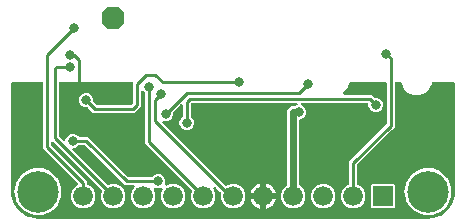
<source format=gbr>
G04 EAGLE Gerber RS-274X export*
G75*
%MOMM*%
%FSLAX34Y34*%
%LPD*%
%INBottom Copper*%
%IPPOS*%
%AMOC8*
5,1,8,0,0,1.08239X$1,22.5*%
G01*
%ADD10C,3.516000*%
%ADD11P,2.089446X8X202.500000*%
%ADD12R,1.676400X1.676400*%
%ADD13C,1.676400*%
%ADD14C,0.609600*%
%ADD15C,0.800100*%
%ADD16C,0.254000*%

G36*
X355622Y2543D02*
X355622Y2543D01*
X355700Y2545D01*
X359077Y2810D01*
X359145Y2824D01*
X359214Y2829D01*
X359370Y2869D01*
X365794Y4956D01*
X365901Y5006D01*
X366012Y5050D01*
X366063Y5083D01*
X366082Y5091D01*
X366097Y5104D01*
X366148Y5136D01*
X371612Y9107D01*
X371699Y9188D01*
X371746Y9227D01*
X371752Y9231D01*
X371753Y9232D01*
X371791Y9264D01*
X371829Y9310D01*
X371844Y9324D01*
X371855Y9342D01*
X371893Y9388D01*
X373586Y11717D01*
X373599Y11741D01*
X373616Y11761D01*
X373675Y11880D01*
X373739Y11996D01*
X373746Y12022D01*
X373758Y12046D01*
X373785Y12174D01*
X373799Y12185D01*
X373823Y12196D01*
X373925Y12280D01*
X374031Y12361D01*
X374048Y12381D01*
X374068Y12398D01*
X374171Y12522D01*
X375864Y14852D01*
X375921Y14956D01*
X375985Y15056D01*
X376007Y15113D01*
X376017Y15131D01*
X376022Y15151D01*
X376044Y15206D01*
X378131Y21630D01*
X378144Y21698D01*
X378167Y21764D01*
X378190Y21923D01*
X378455Y25300D01*
X378455Y25304D01*
X378456Y25307D01*
X378455Y25326D01*
X378459Y25400D01*
X378459Y116840D01*
X378444Y116958D01*
X378437Y117077D01*
X378424Y117115D01*
X378419Y117156D01*
X378376Y117266D01*
X378339Y117379D01*
X378317Y117414D01*
X378302Y117451D01*
X378233Y117547D01*
X378169Y117648D01*
X378139Y117676D01*
X378116Y117709D01*
X378024Y117785D01*
X377937Y117866D01*
X377902Y117886D01*
X377871Y117911D01*
X377763Y117962D01*
X377659Y118020D01*
X377619Y118030D01*
X377583Y118047D01*
X377466Y118069D01*
X377351Y118099D01*
X377291Y118103D01*
X377271Y118107D01*
X377250Y118105D01*
X377190Y118109D01*
X359810Y118109D01*
X359692Y118094D01*
X359573Y118087D01*
X359535Y118074D01*
X359494Y118069D01*
X359384Y118026D01*
X359271Y117989D01*
X359236Y117967D01*
X359199Y117952D01*
X359103Y117883D01*
X359002Y117819D01*
X358974Y117789D01*
X358941Y117766D01*
X358865Y117674D01*
X358784Y117587D01*
X358764Y117552D01*
X358739Y117521D01*
X358688Y117413D01*
X358630Y117309D01*
X358620Y117269D01*
X358603Y117233D01*
X358581Y117116D01*
X358551Y117001D01*
X358547Y116941D01*
X358543Y116921D01*
X358545Y116900D01*
X358544Y116894D01*
X356632Y112276D01*
X353104Y108748D01*
X348495Y106839D01*
X343505Y106839D01*
X338896Y108748D01*
X335368Y112276D01*
X333451Y116905D01*
X333444Y116958D01*
X333437Y117077D01*
X333424Y117115D01*
X333419Y117156D01*
X333376Y117266D01*
X333339Y117379D01*
X333317Y117414D01*
X333302Y117451D01*
X333233Y117547D01*
X333169Y117648D01*
X333139Y117676D01*
X333116Y117709D01*
X333024Y117785D01*
X332937Y117866D01*
X332902Y117886D01*
X332871Y117911D01*
X332763Y117962D01*
X332659Y118020D01*
X332619Y118030D01*
X332583Y118047D01*
X332466Y118069D01*
X332351Y118099D01*
X332291Y118103D01*
X332271Y118107D01*
X332250Y118105D01*
X332190Y118109D01*
X328422Y118109D01*
X328304Y118094D01*
X328185Y118087D01*
X328147Y118074D01*
X328106Y118069D01*
X327996Y118026D01*
X327883Y117989D01*
X327848Y117967D01*
X327811Y117952D01*
X327715Y117883D01*
X327614Y117819D01*
X327586Y117789D01*
X327553Y117766D01*
X327477Y117674D01*
X327396Y117587D01*
X327376Y117552D01*
X327351Y117521D01*
X327300Y117413D01*
X327242Y117309D01*
X327232Y117269D01*
X327215Y117233D01*
X327193Y117116D01*
X327163Y117001D01*
X327159Y116941D01*
X327155Y116921D01*
X327157Y116900D01*
X327153Y116840D01*
X327153Y79912D01*
X324847Y77606D01*
X324846Y77606D01*
X295774Y48534D01*
X295714Y48455D01*
X295646Y48383D01*
X295617Y48330D01*
X295580Y48282D01*
X295540Y48191D01*
X295492Y48105D01*
X295477Y48046D01*
X295453Y47991D01*
X295438Y47893D01*
X295413Y47797D01*
X295407Y47697D01*
X295403Y47676D01*
X295405Y47664D01*
X295403Y47636D01*
X295403Y32343D01*
X295406Y32314D01*
X295404Y32284D01*
X295426Y32156D01*
X295443Y32027D01*
X295453Y32000D01*
X295458Y31971D01*
X295512Y31852D01*
X295560Y31732D01*
X295577Y31708D01*
X295589Y31681D01*
X295670Y31579D01*
X295746Y31474D01*
X295769Y31455D01*
X295788Y31432D01*
X295891Y31354D01*
X295991Y31271D01*
X296018Y31259D01*
X296042Y31241D01*
X296186Y31170D01*
X297999Y30419D01*
X300929Y27489D01*
X302515Y23662D01*
X302515Y19518D01*
X300929Y15691D01*
X297999Y12761D01*
X294172Y11175D01*
X290028Y11175D01*
X286201Y12761D01*
X283271Y15691D01*
X281685Y19518D01*
X281685Y23662D01*
X283271Y27489D01*
X286201Y30419D01*
X288014Y31170D01*
X288039Y31185D01*
X288067Y31194D01*
X288177Y31263D01*
X288290Y31328D01*
X288311Y31348D01*
X288336Y31364D01*
X288425Y31459D01*
X288518Y31549D01*
X288534Y31574D01*
X288554Y31596D01*
X288617Y31710D01*
X288685Y31820D01*
X288693Y31848D01*
X288708Y31874D01*
X288740Y32000D01*
X288778Y32124D01*
X288780Y32154D01*
X288787Y32182D01*
X288797Y32343D01*
X288797Y50898D01*
X320176Y82276D01*
X320236Y82355D01*
X320304Y82427D01*
X320333Y82480D01*
X320370Y82528D01*
X320410Y82619D01*
X320458Y82705D01*
X320473Y82764D01*
X320497Y82819D01*
X320512Y82917D01*
X320537Y83013D01*
X320543Y83113D01*
X320547Y83133D01*
X320545Y83146D01*
X320547Y83174D01*
X320547Y116840D01*
X320532Y116958D01*
X320525Y117077D01*
X320512Y117115D01*
X320507Y117156D01*
X320464Y117266D01*
X320427Y117379D01*
X320405Y117414D01*
X320390Y117451D01*
X320321Y117547D01*
X320257Y117648D01*
X320227Y117676D01*
X320204Y117709D01*
X320112Y117785D01*
X320025Y117866D01*
X319990Y117886D01*
X319959Y117911D01*
X319851Y117962D01*
X319747Y118020D01*
X319707Y118030D01*
X319671Y118047D01*
X319554Y118069D01*
X319439Y118099D01*
X319379Y118103D01*
X319359Y118107D01*
X319338Y118105D01*
X319278Y118109D01*
X289810Y118109D01*
X289692Y118094D01*
X289573Y118087D01*
X289535Y118074D01*
X289494Y118069D01*
X289384Y118026D01*
X289271Y117989D01*
X289236Y117967D01*
X289199Y117952D01*
X289103Y117883D01*
X289002Y117819D01*
X288974Y117789D01*
X288941Y117766D01*
X288865Y117674D01*
X288784Y117587D01*
X288764Y117552D01*
X288739Y117521D01*
X288688Y117413D01*
X288630Y117309D01*
X288620Y117269D01*
X288603Y117233D01*
X288581Y117116D01*
X288551Y117001D01*
X288547Y116941D01*
X288543Y116921D01*
X288545Y116900D01*
X288544Y116894D01*
X286632Y112276D01*
X283965Y109609D01*
X283879Y109500D01*
X283791Y109393D01*
X283782Y109374D01*
X283770Y109358D01*
X283714Y109230D01*
X283655Y109105D01*
X283652Y109085D01*
X283643Y109066D01*
X283622Y108928D01*
X283596Y108792D01*
X283597Y108772D01*
X283594Y108752D01*
X283607Y108613D01*
X283615Y108475D01*
X283622Y108456D01*
X283623Y108436D01*
X283671Y108304D01*
X283713Y108173D01*
X283724Y108155D01*
X283731Y108136D01*
X283809Y108021D01*
X283883Y107904D01*
X283898Y107890D01*
X283910Y107873D01*
X284014Y107781D01*
X284115Y107686D01*
X284133Y107676D01*
X284148Y107663D01*
X284272Y107599D01*
X284394Y107532D01*
X284413Y107527D01*
X284431Y107518D01*
X284567Y107488D01*
X284702Y107453D01*
X284730Y107451D01*
X284742Y107448D01*
X284762Y107449D01*
X284862Y107443D01*
X307438Y107443D01*
X309416Y105465D01*
X309494Y105404D01*
X309566Y105336D01*
X309619Y105307D01*
X309667Y105270D01*
X309758Y105231D01*
X309845Y105183D01*
X309903Y105168D01*
X309959Y105144D01*
X310057Y105128D01*
X310153Y105103D01*
X310253Y105097D01*
X310273Y105094D01*
X310285Y105095D01*
X310313Y105093D01*
X312350Y105093D01*
X314568Y104175D01*
X316265Y102478D01*
X317183Y100260D01*
X317183Y97860D01*
X316265Y95642D01*
X314568Y93945D01*
X312350Y93027D01*
X309950Y93027D01*
X307732Y93945D01*
X306035Y95642D01*
X305117Y97860D01*
X305117Y99568D01*
X305102Y99686D01*
X305094Y99805D01*
X305082Y99843D01*
X305077Y99884D01*
X305033Y99994D01*
X304996Y100107D01*
X304975Y100142D01*
X304960Y100179D01*
X304890Y100275D01*
X304826Y100376D01*
X304797Y100404D01*
X304773Y100437D01*
X304681Y100513D01*
X304595Y100594D01*
X304559Y100614D01*
X304528Y100639D01*
X304420Y100690D01*
X304316Y100748D01*
X304277Y100758D01*
X304240Y100775D01*
X304124Y100797D01*
X304008Y100827D01*
X303948Y100831D01*
X303928Y100835D01*
X303908Y100833D01*
X303848Y100837D01*
X248906Y100837D01*
X248836Y100829D01*
X248767Y100830D01*
X248679Y100809D01*
X248590Y100797D01*
X248525Y100772D01*
X248457Y100755D01*
X248378Y100713D01*
X248294Y100680D01*
X248238Y100639D01*
X248176Y100607D01*
X248110Y100546D01*
X248037Y100494D01*
X247992Y100440D01*
X247941Y100393D01*
X247892Y100318D01*
X247834Y100249D01*
X247804Y100185D01*
X247766Y100127D01*
X247737Y100042D01*
X247699Y99961D01*
X247686Y99892D01*
X247663Y99826D01*
X247656Y99737D01*
X247639Y99649D01*
X247643Y99579D01*
X247638Y99509D01*
X247653Y99421D01*
X247659Y99331D01*
X247680Y99265D01*
X247692Y99196D01*
X247729Y99114D01*
X247757Y99029D01*
X247794Y98970D01*
X247823Y98906D01*
X247879Y98836D01*
X247927Y98760D01*
X247978Y98712D01*
X248021Y98658D01*
X248093Y98603D01*
X248158Y98542D01*
X248220Y98508D01*
X248275Y98466D01*
X248420Y98395D01*
X249798Y97825D01*
X251495Y96128D01*
X252413Y93910D01*
X252413Y91510D01*
X251495Y89292D01*
X249798Y87595D01*
X247549Y86664D01*
X247532Y86662D01*
X247413Y86654D01*
X247375Y86642D01*
X247334Y86637D01*
X247224Y86593D01*
X247111Y86556D01*
X247076Y86535D01*
X247039Y86520D01*
X246943Y86450D01*
X246842Y86386D01*
X246814Y86357D01*
X246781Y86333D01*
X246705Y86241D01*
X246624Y86155D01*
X246604Y86119D01*
X246579Y86088D01*
X246528Y85980D01*
X246470Y85876D01*
X246460Y85837D01*
X246443Y85800D01*
X246421Y85684D01*
X246391Y85568D01*
X246387Y85508D01*
X246383Y85488D01*
X246385Y85468D01*
X246381Y85408D01*
X246381Y31606D01*
X246384Y31577D01*
X246382Y31548D01*
X246404Y31420D01*
X246421Y31291D01*
X246431Y31263D01*
X246437Y31234D01*
X246490Y31116D01*
X246538Y30995D01*
X246555Y30971D01*
X246567Y30944D01*
X246648Y30843D01*
X246724Y30738D01*
X246747Y30719D01*
X246766Y30696D01*
X246870Y30618D01*
X246969Y30535D01*
X246996Y30522D01*
X247020Y30505D01*
X247164Y30434D01*
X247199Y30419D01*
X250129Y27489D01*
X251715Y23662D01*
X251715Y19518D01*
X250129Y15691D01*
X247199Y12761D01*
X243372Y11175D01*
X239228Y11175D01*
X235401Y12761D01*
X232471Y15691D01*
X230885Y19518D01*
X230885Y23662D01*
X232471Y27489D01*
X235401Y30419D01*
X235436Y30434D01*
X235461Y30448D01*
X235489Y30457D01*
X235599Y30527D01*
X235712Y30591D01*
X235733Y30612D01*
X235758Y30628D01*
X235847Y30722D01*
X235940Y30813D01*
X235956Y30838D01*
X235976Y30859D01*
X236039Y30973D01*
X236107Y31084D01*
X236115Y31112D01*
X236130Y31138D01*
X236162Y31263D01*
X236200Y31388D01*
X236202Y31417D01*
X236209Y31446D01*
X236219Y31606D01*
X236219Y93721D01*
X236993Y95588D01*
X238422Y97017D01*
X240289Y97791D01*
X242628Y97791D01*
X242637Y97792D01*
X242646Y97791D01*
X242795Y97812D01*
X242943Y97831D01*
X242952Y97834D01*
X242961Y97835D01*
X243114Y97887D01*
X244340Y98395D01*
X244401Y98430D01*
X244466Y98456D01*
X244538Y98508D01*
X244616Y98553D01*
X244667Y98602D01*
X244723Y98642D01*
X244780Y98712D01*
X244845Y98774D01*
X244881Y98834D01*
X244926Y98887D01*
X244964Y98969D01*
X245011Y99045D01*
X245032Y99112D01*
X245061Y99175D01*
X245078Y99263D01*
X245105Y99349D01*
X245108Y99419D01*
X245121Y99488D01*
X245116Y99577D01*
X245120Y99667D01*
X245106Y99735D01*
X245101Y99805D01*
X245074Y99890D01*
X245056Y99978D01*
X245025Y100041D01*
X245003Y100107D01*
X244955Y100183D01*
X244916Y100264D01*
X244870Y100317D01*
X244833Y100376D01*
X244768Y100438D01*
X244709Y100506D01*
X244652Y100546D01*
X244602Y100594D01*
X244523Y100637D01*
X244449Y100689D01*
X244384Y100714D01*
X244323Y100748D01*
X244236Y100770D01*
X244152Y100802D01*
X244083Y100810D01*
X244015Y100827D01*
X243854Y100837D01*
X155702Y100837D01*
X155584Y100822D01*
X155465Y100815D01*
X155427Y100802D01*
X155386Y100797D01*
X155276Y100754D01*
X155163Y100717D01*
X155128Y100695D01*
X155091Y100680D01*
X154995Y100611D01*
X154894Y100547D01*
X154866Y100517D01*
X154833Y100494D01*
X154757Y100402D01*
X154676Y100315D01*
X154656Y100280D01*
X154631Y100249D01*
X154580Y100141D01*
X154522Y100037D01*
X154512Y99997D01*
X154495Y99961D01*
X154473Y99844D01*
X154443Y99729D01*
X154439Y99669D01*
X154435Y99649D01*
X154437Y99628D01*
X154433Y99568D01*
X154433Y89575D01*
X154445Y89477D01*
X154448Y89378D01*
X154465Y89320D01*
X154473Y89260D01*
X154509Y89168D01*
X154537Y89073D01*
X154567Y89020D01*
X154590Y88964D01*
X154648Y88884D01*
X154698Y88799D01*
X154764Y88723D01*
X154776Y88707D01*
X154786Y88699D01*
X154804Y88678D01*
X156245Y87238D01*
X157163Y85020D01*
X157163Y82620D01*
X156245Y80402D01*
X154548Y78705D01*
X152330Y77787D01*
X149930Y77787D01*
X147712Y78705D01*
X146015Y80402D01*
X145097Y82620D01*
X145097Y85020D01*
X146015Y87238D01*
X147456Y88678D01*
X147516Y88756D01*
X147584Y88828D01*
X147613Y88881D01*
X147650Y88929D01*
X147690Y89020D01*
X147738Y89107D01*
X147753Y89165D01*
X147777Y89221D01*
X147792Y89319D01*
X147817Y89415D01*
X147823Y89515D01*
X147827Y89535D01*
X147825Y89547D01*
X147827Y89575D01*
X147827Y98182D01*
X147810Y98320D01*
X147797Y98459D01*
X147790Y98478D01*
X147787Y98498D01*
X147736Y98627D01*
X147689Y98758D01*
X147678Y98775D01*
X147670Y98793D01*
X147589Y98906D01*
X147511Y99021D01*
X147495Y99034D01*
X147484Y99051D01*
X147376Y99140D01*
X147272Y99232D01*
X147254Y99241D01*
X147239Y99254D01*
X147113Y99313D01*
X146989Y99376D01*
X146969Y99381D01*
X146951Y99389D01*
X146815Y99415D01*
X146679Y99446D01*
X146658Y99445D01*
X146639Y99449D01*
X146500Y99440D01*
X146361Y99436D01*
X146341Y99430D01*
X146321Y99429D01*
X146189Y99386D01*
X146055Y99348D01*
X146038Y99337D01*
X146019Y99331D01*
X145901Y99257D01*
X145781Y99186D01*
X145760Y99168D01*
X145750Y99161D01*
X145736Y99146D01*
X145661Y99080D01*
X139755Y93174D01*
X139694Y93096D01*
X139626Y93024D01*
X139597Y92971D01*
X139560Y92923D01*
X139521Y92832D01*
X139473Y92745D01*
X139458Y92687D01*
X139434Y92631D01*
X139418Y92533D01*
X139393Y92437D01*
X139387Y92337D01*
X139384Y92317D01*
X139385Y92305D01*
X139383Y92277D01*
X139383Y90240D01*
X138465Y88022D01*
X136768Y86325D01*
X134550Y85407D01*
X132047Y85407D01*
X132045Y85408D01*
X131974Y85409D01*
X131905Y85420D01*
X131816Y85411D01*
X131727Y85413D01*
X131658Y85397D01*
X131588Y85390D01*
X131504Y85360D01*
X131417Y85339D01*
X131355Y85306D01*
X131289Y85282D01*
X131215Y85232D01*
X131136Y85190D01*
X131084Y85143D01*
X131026Y85104D01*
X130967Y85037D01*
X130901Y84977D01*
X130862Y84918D01*
X130815Y84865D01*
X130775Y84786D01*
X130726Y84711D01*
X130703Y84645D01*
X130671Y84582D01*
X130651Y84495D01*
X130622Y84410D01*
X130617Y84340D01*
X130601Y84272D01*
X130604Y84182D01*
X130597Y84093D01*
X130609Y84024D01*
X130611Y83954D01*
X130636Y83868D01*
X130651Y83780D01*
X130680Y83716D01*
X130699Y83648D01*
X130745Y83571D01*
X130781Y83490D01*
X130825Y83435D01*
X130861Y83374D01*
X130967Y83254D01*
X183436Y30785D01*
X183459Y30767D01*
X183478Y30744D01*
X183584Y30670D01*
X183687Y30590D01*
X183714Y30578D01*
X183738Y30561D01*
X183860Y30515D01*
X183979Y30464D01*
X184008Y30459D01*
X184036Y30448D01*
X184165Y30434D01*
X184293Y30414D01*
X184323Y30417D01*
X184352Y30413D01*
X184480Y30431D01*
X184610Y30444D01*
X184638Y30454D01*
X184667Y30458D01*
X184819Y30510D01*
X188428Y32005D01*
X192572Y32005D01*
X196399Y30419D01*
X199329Y27489D01*
X200915Y23662D01*
X200915Y19518D01*
X199329Y15691D01*
X196399Y12761D01*
X192572Y11175D01*
X188428Y11175D01*
X184601Y12761D01*
X181671Y15691D01*
X180085Y19518D01*
X180085Y23662D01*
X180092Y23679D01*
X180100Y23707D01*
X180114Y23734D01*
X180142Y23860D01*
X180176Y23985D01*
X180177Y24015D01*
X180183Y24044D01*
X180179Y24174D01*
X180181Y24303D01*
X180174Y24332D01*
X180174Y24362D01*
X180137Y24486D01*
X180107Y24613D01*
X180093Y24639D01*
X180085Y24667D01*
X180019Y24779D01*
X179959Y24894D01*
X179939Y24916D01*
X179924Y24941D01*
X179817Y25062D01*
X175994Y28885D01*
X175939Y28928D01*
X175890Y28978D01*
X175814Y29025D01*
X175743Y29080D01*
X175679Y29108D01*
X175619Y29144D01*
X175534Y29171D01*
X175451Y29206D01*
X175382Y29217D01*
X175315Y29238D01*
X175226Y29242D01*
X175137Y29256D01*
X175067Y29250D01*
X174998Y29253D01*
X174910Y29235D01*
X174820Y29226D01*
X174754Y29203D01*
X174686Y29189D01*
X174606Y29149D01*
X174521Y29119D01*
X174463Y29079D01*
X174401Y29049D01*
X174332Y28991D01*
X174258Y28940D01*
X174212Y28888D01*
X174159Y28843D01*
X174107Y28769D01*
X174047Y28702D01*
X174016Y28640D01*
X173976Y28583D01*
X173944Y28499D01*
X173903Y28419D01*
X173888Y28350D01*
X173863Y28285D01*
X173853Y28196D01*
X173833Y28108D01*
X173835Y28038D01*
X173828Y27969D01*
X173840Y27880D01*
X173843Y27790D01*
X173862Y27723D01*
X173872Y27654D01*
X173924Y27502D01*
X175515Y23662D01*
X175515Y19518D01*
X173929Y15691D01*
X170999Y12761D01*
X167172Y11175D01*
X163028Y11175D01*
X159201Y12761D01*
X156271Y15691D01*
X154685Y19518D01*
X154685Y23662D01*
X155436Y25475D01*
X155444Y25503D01*
X155458Y25530D01*
X155486Y25656D01*
X155520Y25782D01*
X155521Y25811D01*
X155527Y25840D01*
X155523Y25970D01*
X155525Y26100D01*
X155518Y26128D01*
X155518Y26158D01*
X155481Y26282D01*
X155451Y26409D01*
X155437Y26435D01*
X155429Y26463D01*
X155363Y26575D01*
X155302Y26690D01*
X155283Y26712D01*
X155268Y26737D01*
X155161Y26858D01*
X118384Y63636D01*
X116077Y65942D01*
X116077Y108545D01*
X116065Y108643D01*
X116062Y108742D01*
X116045Y108800D01*
X116037Y108860D01*
X116001Y108952D01*
X115973Y109047D01*
X115943Y109100D01*
X115920Y109156D01*
X115862Y109236D01*
X115812Y109321D01*
X115746Y109397D01*
X115734Y109413D01*
X115724Y109421D01*
X115706Y109442D01*
X114689Y110458D01*
X114580Y110543D01*
X114473Y110632D01*
X114454Y110641D01*
X114438Y110653D01*
X114311Y110708D01*
X114185Y110768D01*
X114165Y110771D01*
X114146Y110780D01*
X114008Y110801D01*
X113872Y110827D01*
X113852Y110826D01*
X113832Y110829D01*
X113693Y110816D01*
X113555Y110808D01*
X113536Y110801D01*
X113516Y110800D01*
X113384Y110752D01*
X113253Y110710D01*
X113235Y110699D01*
X113216Y110692D01*
X113101Y110614D01*
X112984Y110540D01*
X112970Y110525D01*
X112953Y110513D01*
X112861Y110409D01*
X112766Y110308D01*
X112756Y110290D01*
X112743Y110275D01*
X112680Y110151D01*
X112612Y110029D01*
X112607Y110010D01*
X112598Y109992D01*
X112568Y109856D01*
X112533Y109721D01*
X112531Y109693D01*
X112528Y109681D01*
X112529Y109661D01*
X112523Y109561D01*
X112523Y97692D01*
X106778Y91947D01*
X72292Y91947D01*
X67774Y96465D01*
X67696Y96526D01*
X67624Y96594D01*
X67571Y96623D01*
X67523Y96660D01*
X67432Y96699D01*
X67345Y96747D01*
X67287Y96762D01*
X67231Y96786D01*
X67133Y96802D01*
X67037Y96827D01*
X66937Y96833D01*
X66917Y96836D01*
X66905Y96835D01*
X66877Y96837D01*
X64840Y96837D01*
X62622Y97755D01*
X60925Y99452D01*
X60007Y101670D01*
X60007Y104070D01*
X60925Y106288D01*
X62622Y107985D01*
X64840Y108903D01*
X67240Y108903D01*
X69458Y107985D01*
X71155Y106288D01*
X72073Y104070D01*
X72073Y102033D01*
X72086Y101935D01*
X72089Y101836D01*
X72105Y101778D01*
X72113Y101718D01*
X72150Y101626D01*
X72177Y101531D01*
X72208Y101478D01*
X72230Y101422D01*
X72288Y101342D01*
X72339Y101257D01*
X72405Y101181D01*
X72417Y101165D01*
X72426Y101157D01*
X72445Y101136D01*
X74656Y98924D01*
X74735Y98864D01*
X74807Y98796D01*
X74860Y98767D01*
X74908Y98730D01*
X74999Y98690D01*
X75085Y98642D01*
X75144Y98627D01*
X75199Y98603D01*
X75297Y98588D01*
X75393Y98563D01*
X75493Y98557D01*
X75514Y98553D01*
X75526Y98555D01*
X75554Y98553D01*
X103516Y98553D01*
X103614Y98565D01*
X103713Y98568D01*
X103772Y98585D01*
X103832Y98593D01*
X103924Y98629D01*
X104019Y98657D01*
X104071Y98687D01*
X104127Y98710D01*
X104207Y98768D01*
X104293Y98818D01*
X104368Y98884D01*
X104385Y98896D01*
X104393Y98906D01*
X104414Y98924D01*
X105546Y100056D01*
X105606Y100135D01*
X105674Y100207D01*
X105703Y100260D01*
X105740Y100308D01*
X105780Y100399D01*
X105828Y100485D01*
X105843Y100544D01*
X105867Y100599D01*
X105882Y100697D01*
X105907Y100793D01*
X105913Y100893D01*
X105917Y100914D01*
X105915Y100926D01*
X105917Y100954D01*
X105917Y116840D01*
X105902Y116958D01*
X105895Y117077D01*
X105882Y117115D01*
X105877Y117156D01*
X105834Y117266D01*
X105797Y117379D01*
X105775Y117414D01*
X105760Y117451D01*
X105691Y117547D01*
X105627Y117648D01*
X105597Y117676D01*
X105574Y117709D01*
X105482Y117785D01*
X105395Y117866D01*
X105360Y117886D01*
X105329Y117911D01*
X105221Y117962D01*
X105117Y118020D01*
X105077Y118030D01*
X105041Y118047D01*
X104924Y118069D01*
X104809Y118099D01*
X104749Y118103D01*
X104729Y118107D01*
X104708Y118105D01*
X104648Y118109D01*
X43942Y118109D01*
X43824Y118094D01*
X43705Y118087D01*
X43667Y118074D01*
X43626Y118069D01*
X43516Y118026D01*
X43403Y117989D01*
X43368Y117967D01*
X43331Y117952D01*
X43235Y117883D01*
X43134Y117819D01*
X43106Y117789D01*
X43073Y117766D01*
X42997Y117674D01*
X42916Y117587D01*
X42896Y117552D01*
X42871Y117521D01*
X42820Y117413D01*
X42762Y117309D01*
X42752Y117269D01*
X42735Y117233D01*
X42713Y117116D01*
X42683Y117001D01*
X42679Y116941D01*
X42675Y116921D01*
X42677Y116900D01*
X42673Y116840D01*
X42673Y73014D01*
X42685Y72916D01*
X42688Y72817D01*
X42705Y72758D01*
X42713Y72698D01*
X42749Y72606D01*
X42777Y72511D01*
X42807Y72459D01*
X42830Y72403D01*
X42888Y72323D01*
X42938Y72237D01*
X43004Y72162D01*
X43016Y72145D01*
X43026Y72137D01*
X43044Y72116D01*
X46410Y68751D01*
X46520Y68665D01*
X46627Y68577D01*
X46645Y68568D01*
X46661Y68556D01*
X46789Y68500D01*
X46915Y68441D01*
X46934Y68438D01*
X46953Y68429D01*
X47091Y68408D01*
X47227Y68382D01*
X47247Y68383D01*
X47267Y68380D01*
X47406Y68393D01*
X47544Y68401D01*
X47564Y68408D01*
X47584Y68409D01*
X47715Y68457D01*
X47847Y68499D01*
X47864Y68510D01*
X47883Y68517D01*
X47998Y68595D01*
X48116Y68669D01*
X48130Y68684D01*
X48146Y68696D01*
X48238Y68800D01*
X48334Y68901D01*
X48343Y68919D01*
X48357Y68934D01*
X48420Y69058D01*
X48487Y69180D01*
X48492Y69199D01*
X48501Y69217D01*
X48532Y69353D01*
X48567Y69488D01*
X48568Y69516D01*
X48571Y69528D01*
X48570Y69548D01*
X48577Y69648D01*
X48577Y69780D01*
X49495Y71998D01*
X51192Y73695D01*
X53410Y74613D01*
X55810Y74613D01*
X58028Y73695D01*
X59468Y72254D01*
X59546Y72194D01*
X59618Y72126D01*
X59671Y72097D01*
X59719Y72060D01*
X59810Y72020D01*
X59897Y71972D01*
X59955Y71957D01*
X60011Y71933D01*
X60109Y71918D01*
X60205Y71893D01*
X60305Y71887D01*
X60325Y71883D01*
X60337Y71885D01*
X60365Y71883D01*
X67408Y71883D01*
X101326Y37964D01*
X101405Y37904D01*
X101477Y37836D01*
X101530Y37807D01*
X101578Y37770D01*
X101669Y37730D01*
X101755Y37682D01*
X101814Y37667D01*
X101869Y37643D01*
X101967Y37628D01*
X102063Y37603D01*
X102163Y37597D01*
X102184Y37593D01*
X102196Y37595D01*
X102224Y37593D01*
X121245Y37593D01*
X121343Y37605D01*
X121442Y37608D01*
X121500Y37625D01*
X121560Y37633D01*
X121652Y37669D01*
X121747Y37697D01*
X121800Y37727D01*
X121856Y37750D01*
X121936Y37808D01*
X122021Y37858D01*
X122097Y37924D01*
X122113Y37936D01*
X122121Y37946D01*
X122142Y37964D01*
X123582Y39405D01*
X125800Y40323D01*
X128200Y40323D01*
X130418Y39405D01*
X132115Y37708D01*
X133033Y35490D01*
X133033Y33090D01*
X132712Y32313D01*
X132675Y32179D01*
X132634Y32046D01*
X132633Y32026D01*
X132628Y32007D01*
X132625Y31867D01*
X132619Y31729D01*
X132623Y31709D01*
X132623Y31689D01*
X132655Y31553D01*
X132683Y31417D01*
X132692Y31399D01*
X132697Y31379D01*
X132762Y31257D01*
X132823Y31132D01*
X132836Y31116D01*
X132845Y31098D01*
X132939Y30995D01*
X133029Y30890D01*
X133046Y30878D01*
X133059Y30863D01*
X133175Y30787D01*
X133289Y30707D01*
X133308Y30699D01*
X133325Y30688D01*
X133456Y30643D01*
X133587Y30594D01*
X133607Y30592D01*
X133626Y30585D01*
X133765Y30574D01*
X133903Y30559D01*
X133923Y30561D01*
X133943Y30560D01*
X134080Y30584D01*
X134218Y30603D01*
X134244Y30612D01*
X134256Y30614D01*
X134275Y30623D01*
X134370Y30655D01*
X137628Y32005D01*
X141772Y32005D01*
X145599Y30419D01*
X148529Y27489D01*
X150115Y23662D01*
X150115Y19518D01*
X148529Y15691D01*
X145599Y12761D01*
X141772Y11175D01*
X137628Y11175D01*
X133801Y12761D01*
X130871Y15691D01*
X129285Y19518D01*
X129285Y23662D01*
X130635Y26920D01*
X130672Y27054D01*
X130713Y27187D01*
X130714Y27207D01*
X130719Y27227D01*
X130721Y27366D01*
X130728Y27505D01*
X130724Y27524D01*
X130724Y27545D01*
X130691Y27681D01*
X130663Y27816D01*
X130655Y27834D01*
X130650Y27854D01*
X130585Y27977D01*
X130524Y28102D01*
X130511Y28117D01*
X130501Y28135D01*
X130408Y28238D01*
X130317Y28344D01*
X130301Y28356D01*
X130287Y28371D01*
X130171Y28447D01*
X130057Y28527D01*
X130038Y28534D01*
X130021Y28545D01*
X129890Y28590D01*
X129760Y28640D01*
X129740Y28642D01*
X129721Y28648D01*
X129582Y28660D01*
X129444Y28675D01*
X129424Y28672D01*
X129404Y28674D01*
X129267Y28650D01*
X129129Y28630D01*
X129102Y28621D01*
X129090Y28619D01*
X129072Y28611D01*
X128977Y28578D01*
X128200Y28257D01*
X125800Y28257D01*
X125023Y28578D01*
X124889Y28615D01*
X124756Y28656D01*
X124736Y28657D01*
X124717Y28662D01*
X124577Y28665D01*
X124439Y28671D01*
X124419Y28667D01*
X124399Y28667D01*
X124263Y28635D01*
X124127Y28607D01*
X124109Y28598D01*
X124089Y28593D01*
X123967Y28528D01*
X123842Y28467D01*
X123826Y28454D01*
X123808Y28445D01*
X123705Y28351D01*
X123600Y28261D01*
X123588Y28244D01*
X123573Y28231D01*
X123497Y28115D01*
X123417Y28001D01*
X123409Y27982D01*
X123398Y27965D01*
X123353Y27834D01*
X123304Y27703D01*
X123302Y27683D01*
X123295Y27664D01*
X123284Y27525D01*
X123269Y27387D01*
X123271Y27367D01*
X123270Y27347D01*
X123294Y27210D01*
X123313Y27072D01*
X123322Y27046D01*
X123324Y27034D01*
X123333Y27015D01*
X123365Y26920D01*
X124715Y23662D01*
X124715Y19518D01*
X123129Y15691D01*
X120199Y12761D01*
X116372Y11175D01*
X112228Y11175D01*
X108401Y12761D01*
X105471Y15691D01*
X103885Y19518D01*
X103885Y23662D01*
X105471Y27489D01*
X106802Y28821D01*
X106887Y28930D01*
X106976Y29037D01*
X106984Y29056D01*
X106997Y29072D01*
X107052Y29199D01*
X107111Y29325D01*
X107115Y29345D01*
X107123Y29364D01*
X107145Y29502D01*
X107171Y29638D01*
X107170Y29658D01*
X107173Y29678D01*
X107160Y29817D01*
X107151Y29955D01*
X107145Y29974D01*
X107143Y29994D01*
X107096Y30126D01*
X107053Y30257D01*
X107042Y30275D01*
X107036Y30294D01*
X106958Y30409D01*
X106883Y30526D01*
X106868Y30540D01*
X106857Y30557D01*
X106753Y30649D01*
X106652Y30744D01*
X106634Y30754D01*
X106619Y30767D01*
X106494Y30831D01*
X106373Y30898D01*
X106353Y30903D01*
X106335Y30912D01*
X106200Y30942D01*
X106065Y30977D01*
X106037Y30979D01*
X106025Y30982D01*
X106005Y30981D01*
X105904Y30987D01*
X98962Y30987D01*
X65044Y64906D01*
X64965Y64966D01*
X64893Y65034D01*
X64840Y65063D01*
X64792Y65100D01*
X64701Y65140D01*
X64615Y65188D01*
X64556Y65203D01*
X64501Y65227D01*
X64403Y65242D01*
X64307Y65267D01*
X64207Y65273D01*
X64186Y65277D01*
X64174Y65275D01*
X64146Y65277D01*
X60365Y65277D01*
X60267Y65265D01*
X60168Y65262D01*
X60110Y65245D01*
X60050Y65237D01*
X59958Y65201D01*
X59863Y65173D01*
X59810Y65143D01*
X59754Y65120D01*
X59674Y65062D01*
X59589Y65012D01*
X59513Y64946D01*
X59497Y64934D01*
X59489Y64924D01*
X59468Y64906D01*
X58028Y63465D01*
X55810Y62547D01*
X55678Y62547D01*
X55541Y62529D01*
X55402Y62516D01*
X55383Y62509D01*
X55363Y62507D01*
X55234Y62456D01*
X55103Y62409D01*
X55086Y62397D01*
X55067Y62390D01*
X54955Y62308D01*
X54839Y62230D01*
X54826Y62215D01*
X54810Y62203D01*
X54721Y62096D01*
X54629Y61992D01*
X54620Y61974D01*
X54607Y61958D01*
X54548Y61832D01*
X54484Y61708D01*
X54480Y61689D01*
X54471Y61670D01*
X54445Y61534D01*
X54415Y61398D01*
X54415Y61378D01*
X54412Y61358D01*
X54420Y61220D01*
X54424Y61080D01*
X54430Y61061D01*
X54431Y61041D01*
X54474Y60908D01*
X54513Y60775D01*
X54523Y60757D01*
X54529Y60738D01*
X54604Y60621D01*
X54674Y60501D01*
X54693Y60480D01*
X54699Y60469D01*
X54714Y60455D01*
X54781Y60380D01*
X83632Y31529D01*
X83655Y31511D01*
X83674Y31488D01*
X83780Y31414D01*
X83883Y31334D01*
X83910Y31322D01*
X83934Y31305D01*
X84056Y31259D01*
X84175Y31208D01*
X84204Y31203D01*
X84232Y31192D01*
X84361Y31178D01*
X84489Y31158D01*
X84519Y31160D01*
X84548Y31157D01*
X84676Y31175D01*
X84806Y31187D01*
X84834Y31197D01*
X84863Y31202D01*
X85015Y31254D01*
X86828Y32005D01*
X90972Y32005D01*
X94799Y30419D01*
X97729Y27489D01*
X99315Y23662D01*
X99315Y19518D01*
X97729Y15691D01*
X94799Y12761D01*
X90972Y11175D01*
X86828Y11175D01*
X83001Y12761D01*
X80071Y15691D01*
X78485Y19518D01*
X78485Y23662D01*
X79236Y25475D01*
X79244Y25503D01*
X79258Y25530D01*
X79286Y25656D01*
X79320Y25782D01*
X79321Y25811D01*
X79327Y25840D01*
X79323Y25970D01*
X79325Y26100D01*
X79318Y26128D01*
X79318Y26158D01*
X79281Y26282D01*
X79251Y26409D01*
X79237Y26435D01*
X79229Y26463D01*
X79163Y26575D01*
X79102Y26690D01*
X79083Y26712D01*
X79068Y26737D01*
X78961Y26858D01*
X38489Y67330D01*
X38380Y67415D01*
X38273Y67504D01*
X38254Y67512D01*
X38238Y67525D01*
X38110Y67580D01*
X37985Y67639D01*
X37965Y67643D01*
X37946Y67651D01*
X37808Y67673D01*
X37672Y67699D01*
X37652Y67698D01*
X37632Y67701D01*
X37493Y67688D01*
X37355Y67679D01*
X37336Y67673D01*
X37316Y67671D01*
X37184Y67624D01*
X37053Y67581D01*
X37035Y67570D01*
X37016Y67563D01*
X36901Y67485D01*
X36784Y67411D01*
X36770Y67396D01*
X36753Y67385D01*
X36661Y67281D01*
X36566Y67179D01*
X36556Y67162D01*
X36543Y67146D01*
X36479Y67023D01*
X36412Y66901D01*
X36407Y66881D01*
X36398Y66863D01*
X36368Y66727D01*
X36333Y66593D01*
X36331Y66565D01*
X36328Y66553D01*
X36329Y66532D01*
X36323Y66432D01*
X36323Y65394D01*
X36335Y65296D01*
X36338Y65197D01*
X36355Y65138D01*
X36363Y65078D01*
X36399Y64986D01*
X36427Y64891D01*
X36457Y64839D01*
X36480Y64783D01*
X36538Y64703D01*
X36588Y64617D01*
X36654Y64542D01*
X36666Y64525D01*
X36676Y64517D01*
X36694Y64496D01*
X64496Y36694D01*
X66803Y34388D01*
X66803Y32343D01*
X66806Y32314D01*
X66804Y32284D01*
X66826Y32156D01*
X66843Y32027D01*
X66853Y32000D01*
X66858Y31971D01*
X66912Y31852D01*
X66960Y31732D01*
X66977Y31708D01*
X66989Y31681D01*
X67070Y31579D01*
X67146Y31474D01*
X67169Y31455D01*
X67188Y31432D01*
X67291Y31354D01*
X67391Y31271D01*
X67418Y31259D01*
X67442Y31241D01*
X67586Y31170D01*
X69399Y30419D01*
X72329Y27489D01*
X73915Y23662D01*
X73915Y19518D01*
X72329Y15691D01*
X69399Y12761D01*
X65572Y11175D01*
X61428Y11175D01*
X57601Y12761D01*
X54671Y15691D01*
X53085Y19518D01*
X53085Y23662D01*
X54671Y27489D01*
X57601Y30419D01*
X58553Y30814D01*
X58597Y30838D01*
X58643Y30855D01*
X58734Y30917D01*
X58830Y30971D01*
X58865Y31006D01*
X58906Y31034D01*
X58979Y31116D01*
X59058Y31193D01*
X59084Y31235D01*
X59117Y31272D01*
X59167Y31370D01*
X59224Y31464D01*
X59239Y31511D01*
X59262Y31556D01*
X59286Y31663D01*
X59318Y31768D01*
X59320Y31817D01*
X59331Y31866D01*
X59328Y31976D01*
X59333Y32085D01*
X59323Y32134D01*
X59322Y32184D01*
X59291Y32289D01*
X59269Y32397D01*
X59247Y32442D01*
X59233Y32489D01*
X59177Y32584D01*
X59129Y32683D01*
X59097Y32720D01*
X59072Y32763D01*
X58965Y32884D01*
X32024Y59826D01*
X29717Y62132D01*
X29717Y116840D01*
X29702Y116958D01*
X29695Y117077D01*
X29682Y117115D01*
X29677Y117156D01*
X29634Y117266D01*
X29597Y117379D01*
X29575Y117414D01*
X29560Y117451D01*
X29491Y117547D01*
X29427Y117648D01*
X29397Y117676D01*
X29374Y117709D01*
X29282Y117785D01*
X29195Y117866D01*
X29160Y117886D01*
X29129Y117911D01*
X29021Y117962D01*
X28917Y118020D01*
X28877Y118030D01*
X28841Y118047D01*
X28724Y118069D01*
X28609Y118099D01*
X28549Y118103D01*
X28529Y118107D01*
X28508Y118105D01*
X28448Y118109D01*
X3810Y118109D01*
X3692Y118094D01*
X3573Y118087D01*
X3535Y118074D01*
X3494Y118069D01*
X3384Y118026D01*
X3271Y117989D01*
X3236Y117967D01*
X3199Y117952D01*
X3103Y117883D01*
X3002Y117819D01*
X2974Y117789D01*
X2941Y117766D01*
X2865Y117674D01*
X2784Y117587D01*
X2764Y117552D01*
X2739Y117521D01*
X2688Y117413D01*
X2630Y117309D01*
X2620Y117269D01*
X2603Y117233D01*
X2581Y117116D01*
X2551Y117001D01*
X2547Y116941D01*
X2543Y116921D01*
X2545Y116900D01*
X2541Y116840D01*
X2541Y25400D01*
X2543Y25378D01*
X2545Y25300D01*
X2810Y21923D01*
X2824Y21855D01*
X2829Y21786D01*
X2869Y21630D01*
X4956Y15206D01*
X5006Y15099D01*
X5050Y14988D01*
X5083Y14937D01*
X5091Y14918D01*
X5104Y14903D01*
X5136Y14852D01*
X9107Y9388D01*
X9127Y9366D01*
X9138Y9348D01*
X9184Y9305D01*
X9188Y9301D01*
X9264Y9209D01*
X9310Y9171D01*
X9324Y9156D01*
X9342Y9145D01*
X9388Y9107D01*
X14596Y5322D01*
X14852Y5136D01*
X14956Y5079D01*
X15056Y5015D01*
X15113Y4993D01*
X15131Y4983D01*
X15151Y4978D01*
X15206Y4956D01*
X17945Y4066D01*
X17971Y4061D01*
X17996Y4051D01*
X18127Y4031D01*
X18257Y4006D01*
X18284Y4008D01*
X18310Y4004D01*
X18441Y4018D01*
X18455Y4008D01*
X18474Y3989D01*
X18586Y3917D01*
X18694Y3842D01*
X18719Y3832D01*
X18742Y3818D01*
X18891Y3759D01*
X21630Y2869D01*
X21698Y2856D01*
X21764Y2833D01*
X21923Y2810D01*
X25300Y2545D01*
X25322Y2546D01*
X25400Y2541D01*
X355600Y2541D01*
X355622Y2543D01*
G37*
%LPC*%
G36*
X353876Y5780D02*
X353876Y5780D01*
X353858Y5780D01*
X353743Y5787D01*
X351699Y5787D01*
X351151Y6014D01*
X351053Y6041D01*
X350957Y6077D01*
X350865Y6092D01*
X350844Y6098D01*
X350831Y6098D01*
X350798Y6104D01*
X349379Y6253D01*
X346415Y7964D01*
X346412Y7965D01*
X346410Y7967D01*
X346266Y8038D01*
X344490Y8773D01*
X343893Y9370D01*
X343826Y9422D01*
X343765Y9483D01*
X343651Y9558D01*
X343642Y9565D01*
X343638Y9567D01*
X343631Y9572D01*
X342129Y10439D01*
X340339Y12903D01*
X340326Y12917D01*
X340316Y12933D01*
X340209Y13054D01*
X338973Y14290D01*
X338557Y15296D01*
X338522Y15356D01*
X338497Y15420D01*
X338411Y15556D01*
X337208Y17211D01*
X336647Y19850D01*
X336636Y19883D01*
X336631Y19919D01*
X336579Y20071D01*
X335987Y21499D01*
X335987Y22822D01*
X335981Y22874D01*
X335983Y22926D01*
X335960Y23086D01*
X335468Y25400D01*
X335960Y27714D01*
X335964Y27767D01*
X335977Y27818D01*
X335987Y27978D01*
X335987Y29301D01*
X336579Y30729D01*
X336588Y30763D01*
X336604Y30795D01*
X336647Y30950D01*
X337208Y33589D01*
X338411Y35244D01*
X338444Y35305D01*
X338486Y35360D01*
X338557Y35504D01*
X338973Y36510D01*
X340209Y37746D01*
X340221Y37761D01*
X340236Y37773D01*
X340339Y37897D01*
X342129Y40361D01*
X343631Y41228D01*
X343699Y41280D01*
X343773Y41324D01*
X343875Y41414D01*
X343884Y41421D01*
X343887Y41424D01*
X343893Y41430D01*
X344490Y42027D01*
X346266Y42762D01*
X346268Y42764D01*
X346270Y42764D01*
X346415Y42836D01*
X349379Y44547D01*
X350798Y44696D01*
X350898Y44720D01*
X350999Y44734D01*
X351087Y44764D01*
X351108Y44769D01*
X351120Y44775D01*
X351151Y44786D01*
X351699Y45013D01*
X353743Y45013D01*
X353760Y45015D01*
X353876Y45020D01*
X357704Y45422D01*
X358773Y45075D01*
X358890Y45053D01*
X359005Y45023D01*
X359065Y45019D01*
X359085Y45015D01*
X359106Y45017D01*
X359165Y45013D01*
X359501Y45013D01*
X361409Y44223D01*
X361430Y44217D01*
X361502Y44188D01*
X365666Y42835D01*
X366278Y42285D01*
X366388Y42208D01*
X366497Y42126D01*
X366527Y42111D01*
X366539Y42103D01*
X366559Y42096D01*
X366641Y42055D01*
X366710Y42027D01*
X368005Y40732D01*
X368019Y40721D01*
X368053Y40686D01*
X371887Y37234D01*
X372100Y36756D01*
X372179Y36626D01*
X372450Y35972D01*
X372455Y35963D01*
X372463Y35941D01*
X375292Y29586D01*
X375292Y21214D01*
X372463Y14859D01*
X372460Y14849D01*
X372450Y14828D01*
X372194Y14211D01*
X372175Y14187D01*
X372170Y14179D01*
X372168Y14175D01*
X372163Y14164D01*
X372100Y14044D01*
X371985Y13785D01*
X371977Y13759D01*
X371964Y13736D01*
X371931Y13607D01*
X371914Y13552D01*
X371880Y13536D01*
X371860Y13519D01*
X371836Y13507D01*
X371710Y13407D01*
X368053Y10114D01*
X368041Y10100D01*
X368004Y10068D01*
X366710Y8773D01*
X366641Y8745D01*
X366524Y8678D01*
X366404Y8615D01*
X366377Y8594D01*
X366365Y8587D01*
X366349Y8572D01*
X366278Y8515D01*
X365666Y7965D01*
X361502Y6612D01*
X361483Y6603D01*
X361409Y6577D01*
X359501Y5787D01*
X359165Y5787D01*
X359048Y5772D01*
X358929Y5765D01*
X358870Y5750D01*
X358850Y5747D01*
X358831Y5740D01*
X358773Y5725D01*
X357704Y5378D01*
X353876Y5780D01*
G37*
%LPD*%
%LPC*%
G36*
X23676Y5780D02*
X23676Y5780D01*
X23658Y5780D01*
X23543Y5787D01*
X21499Y5787D01*
X20951Y6014D01*
X20852Y6041D01*
X20757Y6077D01*
X20665Y6092D01*
X20644Y6098D01*
X20631Y6098D01*
X20598Y6104D01*
X19416Y6228D01*
X19390Y6227D01*
X19364Y6232D01*
X19231Y6224D01*
X19173Y6223D01*
X19147Y6250D01*
X19125Y6265D01*
X19106Y6283D01*
X18972Y6372D01*
X16215Y7964D01*
X16213Y7965D01*
X16210Y7967D01*
X16066Y8038D01*
X14290Y8773D01*
X13693Y9370D01*
X13626Y9422D01*
X13565Y9483D01*
X13451Y9558D01*
X13442Y9565D01*
X13438Y9567D01*
X13431Y9572D01*
X11929Y10439D01*
X10139Y12903D01*
X10126Y12917D01*
X10116Y12933D01*
X10009Y13054D01*
X8773Y14290D01*
X8357Y15296D01*
X8322Y15356D01*
X8297Y15420D01*
X8211Y15556D01*
X7008Y17211D01*
X6447Y19849D01*
X6436Y19883D01*
X6431Y19919D01*
X6379Y20071D01*
X5787Y21499D01*
X5787Y22822D01*
X5781Y22874D01*
X5783Y22926D01*
X5760Y23086D01*
X5268Y25400D01*
X5760Y27714D01*
X5764Y27767D01*
X5777Y27817D01*
X5787Y27978D01*
X5787Y29301D01*
X6379Y30729D01*
X6388Y30763D01*
X6404Y30795D01*
X6447Y30951D01*
X7008Y33589D01*
X8211Y35244D01*
X8244Y35305D01*
X8286Y35360D01*
X8357Y35504D01*
X8773Y36510D01*
X10009Y37746D01*
X10021Y37761D01*
X10036Y37773D01*
X10139Y37897D01*
X11929Y40361D01*
X13431Y41228D01*
X13499Y41280D01*
X13573Y41324D01*
X13675Y41414D01*
X13684Y41421D01*
X13687Y41424D01*
X13693Y41430D01*
X14290Y42027D01*
X16066Y42762D01*
X16068Y42764D01*
X16071Y42764D01*
X16215Y42836D01*
X19179Y44547D01*
X20598Y44696D01*
X20698Y44720D01*
X20799Y44734D01*
X20887Y44764D01*
X20908Y44769D01*
X20920Y44775D01*
X20951Y44786D01*
X21499Y45013D01*
X23543Y45013D01*
X23560Y45015D01*
X23676Y45020D01*
X27504Y45422D01*
X28573Y45075D01*
X28690Y45053D01*
X28805Y45023D01*
X28865Y45019D01*
X28885Y45015D01*
X28906Y45017D01*
X28965Y45013D01*
X29301Y45013D01*
X31209Y44222D01*
X31230Y44217D01*
X31303Y44188D01*
X35466Y42835D01*
X36078Y42285D01*
X36189Y42207D01*
X36297Y42126D01*
X36327Y42111D01*
X36339Y42103D01*
X36359Y42096D01*
X36441Y42055D01*
X36510Y42027D01*
X37805Y40732D01*
X37819Y40721D01*
X37853Y40686D01*
X41687Y37234D01*
X41900Y36756D01*
X41979Y36626D01*
X42250Y35971D01*
X42255Y35962D01*
X42263Y35941D01*
X45092Y29586D01*
X45092Y21214D01*
X42263Y14859D01*
X42260Y14849D01*
X42250Y14829D01*
X41994Y14211D01*
X41975Y14187D01*
X41970Y14179D01*
X41968Y14175D01*
X41963Y14164D01*
X41900Y14044D01*
X41687Y13566D01*
X37853Y10114D01*
X37841Y10100D01*
X37805Y10068D01*
X36510Y8773D01*
X36441Y8745D01*
X36324Y8678D01*
X36204Y8615D01*
X36177Y8594D01*
X36165Y8587D01*
X36150Y8572D01*
X36078Y8515D01*
X35466Y7965D01*
X31302Y6612D01*
X31283Y6603D01*
X31209Y6577D01*
X29301Y5787D01*
X28965Y5787D01*
X28847Y5772D01*
X28729Y5765D01*
X28670Y5750D01*
X28650Y5747D01*
X28631Y5740D01*
X28573Y5725D01*
X27504Y5378D01*
X23676Y5780D01*
G37*
%LPD*%
%LPC*%
G36*
X308276Y11175D02*
X308276Y11175D01*
X307085Y12366D01*
X307085Y30814D01*
X308276Y32005D01*
X326724Y32005D01*
X327915Y30814D01*
X327915Y12366D01*
X326724Y11175D01*
X308276Y11175D01*
G37*
%LPD*%
%LPC*%
G36*
X264628Y11175D02*
X264628Y11175D01*
X260801Y12761D01*
X257871Y15691D01*
X256285Y19518D01*
X256285Y23662D01*
X257871Y27489D01*
X260801Y30419D01*
X264628Y32005D01*
X268772Y32005D01*
X272599Y30419D01*
X275529Y27489D01*
X277115Y23662D01*
X277115Y19518D01*
X275529Y15691D01*
X272599Y12761D01*
X268772Y11175D01*
X264628Y11175D01*
G37*
%LPD*%
%LPC*%
G36*
X218399Y24089D02*
X218399Y24089D01*
X218399Y32253D01*
X218458Y32244D01*
X220093Y31713D01*
X221625Y30932D01*
X221934Y30707D01*
X223016Y29921D01*
X224231Y28706D01*
X225242Y27315D01*
X226023Y25783D01*
X226554Y24148D01*
X226563Y24089D01*
X218399Y24089D01*
G37*
%LPD*%
%LPC*%
G36*
X205237Y24089D02*
X205237Y24089D01*
X205246Y24148D01*
X205777Y25783D01*
X206558Y27315D01*
X207569Y28706D01*
X208784Y29921D01*
X210175Y30932D01*
X211707Y31713D01*
X213342Y32244D01*
X213401Y32253D01*
X213401Y24089D01*
X205237Y24089D01*
G37*
%LPD*%
%LPC*%
G36*
X218399Y19091D02*
X218399Y19091D01*
X226563Y19091D01*
X226554Y19032D01*
X226023Y17397D01*
X225242Y15865D01*
X224231Y14474D01*
X223016Y13259D01*
X221625Y12248D01*
X220093Y11467D01*
X218458Y10936D01*
X218399Y10927D01*
X218399Y19091D01*
G37*
%LPD*%
%LPC*%
G36*
X213342Y10936D02*
X213342Y10936D01*
X211707Y11467D01*
X210175Y12248D01*
X208784Y13259D01*
X207569Y14474D01*
X206558Y15865D01*
X205777Y17397D01*
X205246Y19032D01*
X205237Y19091D01*
X213401Y19091D01*
X213401Y10927D01*
X213342Y10936D01*
G37*
%LPD*%
D10*
X355600Y25400D03*
X25400Y25400D03*
D11*
X88900Y172720D03*
D12*
X317500Y21590D03*
D13*
X292100Y21590D03*
X266700Y21590D03*
X241300Y21590D03*
X215900Y21590D03*
X190500Y21590D03*
X165100Y21590D03*
X139700Y21590D03*
X114300Y21590D03*
X88900Y21590D03*
X63500Y21590D03*
D14*
X241300Y21590D02*
X241300Y92710D01*
X246380Y92710D01*
D15*
X246380Y92710D03*
X133350Y91440D03*
D16*
X151130Y109220D01*
X246380Y109220D01*
X254000Y116840D01*
D15*
X254000Y116840D03*
X151130Y83820D03*
D16*
X151130Y101600D01*
X153670Y104140D01*
X306070Y104140D01*
X311150Y99060D01*
D15*
X311150Y99060D03*
X320040Y142240D03*
D16*
X292100Y49530D02*
X292100Y21590D01*
X292100Y49530D02*
X323850Y81280D01*
X323850Y138430D01*
X320040Y142240D01*
D15*
X66040Y102870D03*
X195580Y118110D03*
D16*
X130810Y118110D01*
X124460Y124460D01*
X116840Y124460D01*
X109220Y116840D01*
X109220Y99060D01*
X105410Y95250D01*
X73660Y95250D01*
X66040Y102870D01*
D15*
X119380Y114300D03*
D16*
X119380Y67310D02*
X165100Y21590D01*
X119380Y67310D02*
X119380Y114300D01*
D15*
X129540Y107950D03*
D16*
X124460Y102870D02*
X124460Y85090D01*
X124460Y102870D02*
X129540Y107950D01*
X124460Y85090D02*
X187960Y21590D01*
X190500Y21590D01*
D15*
X52070Y140970D03*
X113030Y46990D03*
D16*
X113030Y43180D01*
D15*
X17780Y54610D03*
D16*
X20320Y54610D01*
X21590Y53340D01*
D15*
X78740Y86360D03*
D16*
X55880Y140970D02*
X52070Y140970D01*
X55880Y140970D02*
X59690Y137160D01*
X59690Y113030D01*
D15*
X54610Y68580D03*
D16*
X100330Y34290D02*
X127000Y34290D01*
D15*
X127000Y34290D03*
D16*
X66040Y68580D02*
X54610Y68580D01*
X66040Y68580D02*
X100330Y34290D01*
D15*
X52070Y130810D03*
D16*
X39370Y71120D02*
X88900Y21590D01*
X39370Y71120D02*
X39370Y129540D01*
X40640Y130810D01*
X52070Y130810D01*
D15*
X55880Y163830D03*
D16*
X63500Y24130D02*
X63500Y21590D01*
X33020Y140970D02*
X55880Y163830D01*
X33020Y140970D02*
X33020Y63500D01*
X63500Y33020D01*
X63500Y21590D01*
M02*

</source>
